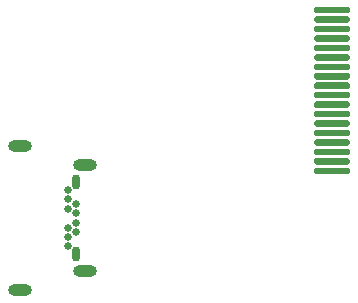
<source format=gbr>
%TF.GenerationSoftware,KiCad,Pcbnew,5.1.9-73d0e3b20d~88~ubuntu20.04.1*%
%TF.CreationDate,2021-01-03T20:47:06+01:00*%
%TF.ProjectId,licheepinano_sarau270,6c696368-6565-4706-996e-616e6f5f7361,V1.0*%
%TF.SameCoordinates,Original*%
%TF.FileFunction,Paste,Bot*%
%TF.FilePolarity,Positive*%
%FSLAX46Y46*%
G04 Gerber Fmt 4.6, Leading zero omitted, Abs format (unit mm)*
G04 Created by KiCad (PCBNEW 5.1.9-73d0e3b20d~88~ubuntu20.04.1) date 2021-01-03 20:47:06*
%MOMM*%
%LPD*%
G01*
G04 APERTURE LIST*
%ADD10O,0.647700X1.297940*%
%ADD11C,0.650000*%
%ADD12O,1.998980X0.998220*%
G04 APERTURE END LIST*
%TO.C,DIS1*%
G36*
G01*
X130852500Y-105365000D02*
X128127500Y-105365000D01*
G75*
G02*
X127990000Y-105227500I0J137500D01*
G01*
X127990000Y-104952500D01*
G75*
G02*
X128127500Y-104815000I137500J0D01*
G01*
X130852500Y-104815000D01*
G75*
G02*
X130990000Y-104952500I0J-137500D01*
G01*
X130990000Y-105227500D01*
G75*
G02*
X130852500Y-105365000I-137500J0D01*
G01*
G37*
G36*
G01*
X130852500Y-104565000D02*
X128127500Y-104565000D01*
G75*
G02*
X127990000Y-104427500I0J137500D01*
G01*
X127990000Y-104152500D01*
G75*
G02*
X128127500Y-104015000I137500J0D01*
G01*
X130852500Y-104015000D01*
G75*
G02*
X130990000Y-104152500I0J-137500D01*
G01*
X130990000Y-104427500D01*
G75*
G02*
X130852500Y-104565000I-137500J0D01*
G01*
G37*
G36*
G01*
X130852500Y-102965000D02*
X128127500Y-102965000D01*
G75*
G02*
X127990000Y-102827500I0J137500D01*
G01*
X127990000Y-102552500D01*
G75*
G02*
X128127500Y-102415000I137500J0D01*
G01*
X130852500Y-102415000D01*
G75*
G02*
X130990000Y-102552500I0J-137500D01*
G01*
X130990000Y-102827500D01*
G75*
G02*
X130852500Y-102965000I-137500J0D01*
G01*
G37*
G36*
G01*
X130852500Y-103765000D02*
X128127500Y-103765000D01*
G75*
G02*
X127990000Y-103627500I0J137500D01*
G01*
X127990000Y-103352500D01*
G75*
G02*
X128127500Y-103215000I137500J0D01*
G01*
X130852500Y-103215000D01*
G75*
G02*
X130990000Y-103352500I0J-137500D01*
G01*
X130990000Y-103627500D01*
G75*
G02*
X130852500Y-103765000I-137500J0D01*
G01*
G37*
G36*
G01*
X130852500Y-101365000D02*
X128127500Y-101365000D01*
G75*
G02*
X127990000Y-101227500I0J137500D01*
G01*
X127990000Y-100952500D01*
G75*
G02*
X128127500Y-100815000I137500J0D01*
G01*
X130852500Y-100815000D01*
G75*
G02*
X130990000Y-100952500I0J-137500D01*
G01*
X130990000Y-101227500D01*
G75*
G02*
X130852500Y-101365000I-137500J0D01*
G01*
G37*
G36*
G01*
X130852500Y-99765000D02*
X128127500Y-99765000D01*
G75*
G02*
X127990000Y-99627500I0J137500D01*
G01*
X127990000Y-99352500D01*
G75*
G02*
X128127500Y-99215000I137500J0D01*
G01*
X130852500Y-99215000D01*
G75*
G02*
X130990000Y-99352500I0J-137500D01*
G01*
X130990000Y-99627500D01*
G75*
G02*
X130852500Y-99765000I-137500J0D01*
G01*
G37*
G36*
G01*
X130852500Y-102165000D02*
X128127500Y-102165000D01*
G75*
G02*
X127990000Y-102027500I0J137500D01*
G01*
X127990000Y-101752500D01*
G75*
G02*
X128127500Y-101615000I137500J0D01*
G01*
X130852500Y-101615000D01*
G75*
G02*
X130990000Y-101752500I0J-137500D01*
G01*
X130990000Y-102027500D01*
G75*
G02*
X130852500Y-102165000I-137500J0D01*
G01*
G37*
G36*
G01*
X130852500Y-100565000D02*
X128127500Y-100565000D01*
G75*
G02*
X127990000Y-100427500I0J137500D01*
G01*
X127990000Y-100152500D01*
G75*
G02*
X128127500Y-100015000I137500J0D01*
G01*
X130852500Y-100015000D01*
G75*
G02*
X130990000Y-100152500I0J-137500D01*
G01*
X130990000Y-100427500D01*
G75*
G02*
X130852500Y-100565000I-137500J0D01*
G01*
G37*
G36*
G01*
X130852500Y-98165000D02*
X128127500Y-98165000D01*
G75*
G02*
X127990000Y-98027500I0J137500D01*
G01*
X127990000Y-97752500D01*
G75*
G02*
X128127500Y-97615000I137500J0D01*
G01*
X130852500Y-97615000D01*
G75*
G02*
X130990000Y-97752500I0J-137500D01*
G01*
X130990000Y-98027500D01*
G75*
G02*
X130852500Y-98165000I-137500J0D01*
G01*
G37*
G36*
G01*
X130852500Y-96565000D02*
X128127500Y-96565000D01*
G75*
G02*
X127990000Y-96427500I0J137500D01*
G01*
X127990000Y-96152500D01*
G75*
G02*
X128127500Y-96015000I137500J0D01*
G01*
X130852500Y-96015000D01*
G75*
G02*
X130990000Y-96152500I0J-137500D01*
G01*
X130990000Y-96427500D01*
G75*
G02*
X130852500Y-96565000I-137500J0D01*
G01*
G37*
G36*
G01*
X130852500Y-93365000D02*
X128127500Y-93365000D01*
G75*
G02*
X127990000Y-93227500I0J137500D01*
G01*
X127990000Y-92952500D01*
G75*
G02*
X128127500Y-92815000I137500J0D01*
G01*
X130852500Y-92815000D01*
G75*
G02*
X130990000Y-92952500I0J-137500D01*
G01*
X130990000Y-93227500D01*
G75*
G02*
X130852500Y-93365000I-137500J0D01*
G01*
G37*
G36*
G01*
X130852500Y-95765000D02*
X128127500Y-95765000D01*
G75*
G02*
X127990000Y-95627500I0J137500D01*
G01*
X127990000Y-95352500D01*
G75*
G02*
X128127500Y-95215000I137500J0D01*
G01*
X130852500Y-95215000D01*
G75*
G02*
X130990000Y-95352500I0J-137500D01*
G01*
X130990000Y-95627500D01*
G75*
G02*
X130852500Y-95765000I-137500J0D01*
G01*
G37*
G36*
G01*
X130852500Y-98965000D02*
X128127500Y-98965000D01*
G75*
G02*
X127990000Y-98827500I0J137500D01*
G01*
X127990000Y-98552500D01*
G75*
G02*
X128127500Y-98415000I137500J0D01*
G01*
X130852500Y-98415000D01*
G75*
G02*
X130990000Y-98552500I0J-137500D01*
G01*
X130990000Y-98827500D01*
G75*
G02*
X130852500Y-98965000I-137500J0D01*
G01*
G37*
G36*
G01*
X130852500Y-97365000D02*
X128127500Y-97365000D01*
G75*
G02*
X127990000Y-97227500I0J137500D01*
G01*
X127990000Y-96952500D01*
G75*
G02*
X128127500Y-96815000I137500J0D01*
G01*
X130852500Y-96815000D01*
G75*
G02*
X130990000Y-96952500I0J-137500D01*
G01*
X130990000Y-97227500D01*
G75*
G02*
X130852500Y-97365000I-137500J0D01*
G01*
G37*
G36*
G01*
X130852500Y-94165000D02*
X128127500Y-94165000D01*
G75*
G02*
X127990000Y-94027500I0J137500D01*
G01*
X127990000Y-93752500D01*
G75*
G02*
X128127500Y-93615000I137500J0D01*
G01*
X130852500Y-93615000D01*
G75*
G02*
X130990000Y-93752500I0J-137500D01*
G01*
X130990000Y-94027500D01*
G75*
G02*
X130852500Y-94165000I-137500J0D01*
G01*
G37*
G36*
G01*
X130852500Y-94965000D02*
X128127500Y-94965000D01*
G75*
G02*
X127990000Y-94827500I0J137500D01*
G01*
X127990000Y-94552500D01*
G75*
G02*
X128127500Y-94415000I137500J0D01*
G01*
X130852500Y-94415000D01*
G75*
G02*
X130990000Y-94552500I0J-137500D01*
G01*
X130990000Y-94827500D01*
G75*
G02*
X130852500Y-94965000I-137500J0D01*
G01*
G37*
G36*
G01*
X130852500Y-92565000D02*
X128127500Y-92565000D01*
G75*
G02*
X127990000Y-92427500I0J137500D01*
G01*
X127990000Y-92152500D01*
G75*
G02*
X128127500Y-92015000I137500J0D01*
G01*
X130852500Y-92015000D01*
G75*
G02*
X130990000Y-92152500I0J-137500D01*
G01*
X130990000Y-92427500D01*
G75*
G02*
X130852500Y-92565000I-137500J0D01*
G01*
G37*
G36*
G01*
X130852500Y-91765000D02*
X128127500Y-91765000D01*
G75*
G02*
X127990000Y-91627500I0J137500D01*
G01*
X127990000Y-91352500D01*
G75*
G02*
X128127500Y-91215000I137500J0D01*
G01*
X130852500Y-91215000D01*
G75*
G02*
X130990000Y-91352500I0J-137500D01*
G01*
X130990000Y-91627500D01*
G75*
G02*
X130852500Y-91765000I-137500J0D01*
G01*
G37*
%TD*%
D10*
%TO.C,Con3*%
X107804560Y-112148000D03*
D11*
X107103520Y-111497760D03*
X107103520Y-110697660D03*
X107804560Y-110298880D03*
X107103520Y-109897560D03*
X107804560Y-109498780D03*
X107804560Y-108701220D03*
X107103520Y-108302440D03*
X107804560Y-107901120D03*
X107103520Y-107502340D03*
X107103520Y-106702240D03*
D10*
X107804560Y-106052000D03*
D12*
X108604660Y-104601660D03*
X108604660Y-113598340D03*
X103105560Y-103026860D03*
X103105560Y-115173140D03*
%TD*%
M02*

</source>
